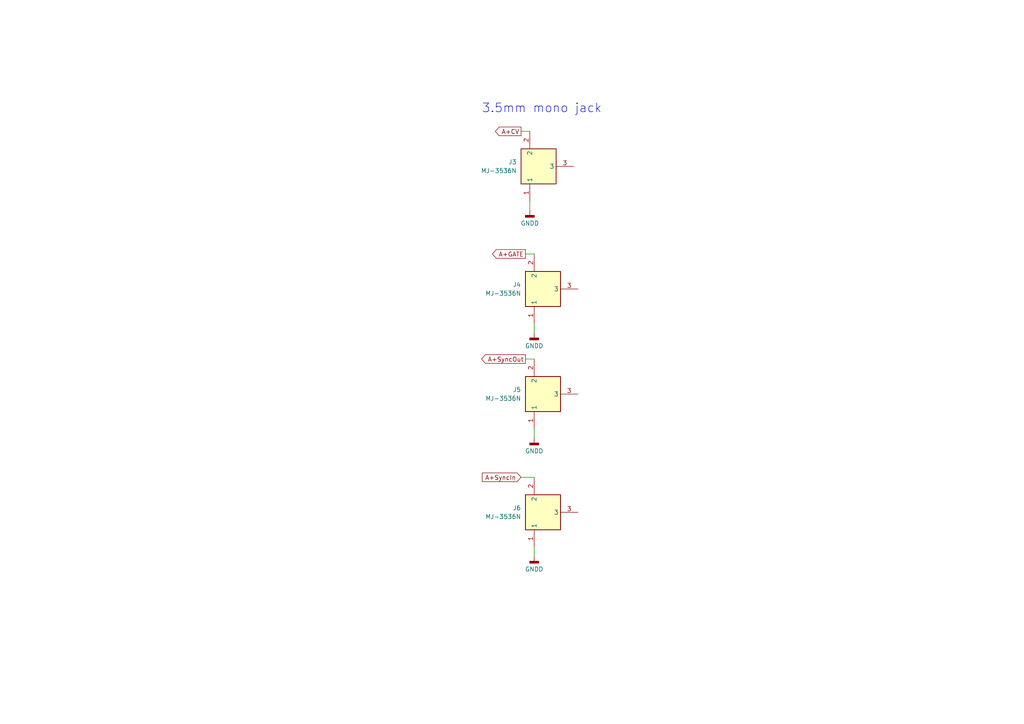
<source format=kicad_sch>
(kicad_sch (version 20231120) (generator "eeschema") (generator_version "8.0")
  (paper "A4")
  (lib_symbols
    (symbol "SamacSys_Parts:MJ-3536N"
      (property "Reference" "J" (at 16.51 7.62 0))
      (property "Value" "MJ-3536N" (at 16.51 5.08 0))
      (symbol "MJ-3536N_1_1"
        (rectangle (start 5.08 2.54) (end 15.24 -7.62) (stroke (width 0.254)) (fill (type background)))
        (pin passive line (at 0 0 0) (length 5.08) (name "1") (number "1"))
        (pin passive line (at 20.32 0 180) (length 5.08) (name "2") (number "2"))
        (pin passive line (at 10.16 -12.7 90) (length 5.08) (name "3") (number "3"))
      )
    )
    (symbol "power:GNDD" (power) (pin_numbers hide) (pin_names (offset 0) hide)
      (property "Value" "GNDD" (at 0 -3.175 0))
      (symbol "GNDD_0_1"
        (rectangle (start -1.27 -1.524) (end 1.27 -2.032) (stroke (width 0.254)) (fill (type outline)))
        (polyline (pts (xy 0 0) (xy 0 -1.524)))
      )
      (symbol "GNDD_1_1"
        (pin power_in line (at 0 0 270) (length 0) (name "~") (number "1"))
      )
    )
  )
  (wire (pts (xy 154.94 124.46) (xy 154.94 127)))
  (wire (pts (xy 154.94 93.98) (xy 154.94 96.52)))
  (wire (pts (xy 154.94 158.75) (xy 154.94 161.29)))
  (wire (pts (xy 151.13 138.43) (xy 154.94 138.43)))
  (wire (pts (xy 152.4 73.66) (xy 154.94 73.66)))
  (wire (pts (xy 151.13 38.1) (xy 153.67 38.1)))
  (wire (pts (xy 153.67 58.42) (xy 153.67 60.96)))
  (wire (pts (xy 152.4 104.14) (xy 154.94 104.14)))
  (text "3.5mm mono jack" (at 139.7 31.496 0) (effects (font (size 2.54 2.54)) (justify left)))
  (global_label "A+GATE" (shape output) (at 152.4 73.66 180) (property "Intersheetrefs" "${INTERSHEET_REFS}" (effects (hide yes))))
  (global_label "A+CV" (shape output) (at 151.13 38.1 180) (property "Intersheetrefs" "${INTERSHEET_REFS}" (effects (hide yes))))
  (global_label "A+SyncIn" (shape input) (at 151.13 138.43 180) (property "Intersheetrefs" "${INTERSHEET_REFS}" (effects (hide yes))))
  (global_label "A+SyncOut" (shape output) (at 152.4 104.14 180) (property "Intersheetrefs" "${INTERSHEET_REFS}" (effects (hide yes))))
  (symbol (lib_id "power:GNDD") (at 153.67 60.96 0) (unit 1)
    (property "Reference" "#PWR014" (effects (hide yes)))
    (property "Value" "GNDD" (at 153.67 64.77 0))
    (property "Description" "Power symbol creates a global label with name \"GNDD\" , digital ground" (effects (hide yes)))
  )
  (symbol (lib_id "SamacSys_Parts:MJ-3536N") (at 154.94 93.98 90) (unit 1)
    (property "Reference" "J4" (at 151.13 82.5499 90) (effects (justify left)))
    (property "Value" "MJ-3536N" (at 151.13 85.0899 90) (effects (justify left)))
    (property "Footprint" "MJ3536N" (effects (hide yes)))
    (property "Datasheet" "https://www.cui.com/product/resource/mj-3536n.pdf" (effects (hide yes)))
    (property "Description" "Phone Connectors Audio Jacks" (effects (hide yes)))
    (property "Height" "10" (effects (hide yes)))
    (property "Manufacturer_Name" "CUI Devices" (effects (hide yes)))
    (property "Manufacturer_Part_Number" "MJ-3536N" (effects (hide yes)))
    (property "Mouser Part Number" "490-MJ-3536N" (effects (hide yes)))
    (property "Mouser Price/Stock" "https://www.mouser.co.uk/ProductDetail/CUI-Devices/MJ-3536N?qs=WyjlAZoYn51vdgS3Tq1ykQ%3D%3D" (effects (hide yes)))
    (property "Arrow Part Number" "MJ-3536N" (effects (hide yes)))
    (property "Arrow Price/Stock" "https://www.arrow.com/en/products/mj-3536n/cui-devices?region=nac" (effects (hide yes)))
  )
  (symbol (lib_id "power:GNDD") (at 154.94 161.29 0) (unit 1)
    (property "Reference" "#PWR019" (effects (hide yes)))
    (property "Value" "GNDD" (at 154.94 165.1 0))
    (property "Description" "Power symbol creates a global label with name \"GNDD\" , digital ground" (effects (hide yes)))
  )
  (symbol (lib_id "SamacSys_Parts:MJ-3536N") (at 153.67 58.42 90) (unit 1)
    (property "Reference" "J3" (at 149.86 46.9899 90) (effects (justify left)))
    (property "Value" "MJ-3536N" (at 149.86 49.5299 90) (effects (justify left)))
    (property "Footprint" "MJ3536N" (effects (hide yes)))
    (property "Datasheet" "https://www.cui.com/product/resource/mj-3536n.pdf" (effects (hide yes)))
    (property "Description" "Phone Connectors Audio Jacks" (effects (hide yes)))
    (property "Height" "10" (effects (hide yes)))
    (property "Manufacturer_Name" "CUI Devices" (effects (hide yes)))
    (property "Manufacturer_Part_Number" "MJ-3536N" (effects (hide yes)))
    (property "Mouser Part Number" "490-MJ-3536N" (effects (hide yes)))
    (property "Mouser Price/Stock" "https://www.mouser.co.uk/ProductDetail/CUI-Devices/MJ-3536N?qs=WyjlAZoYn51vdgS3Tq1ykQ%3D%3D" (effects (hide yes)))
    (property "Arrow Part Number" "MJ-3536N" (effects (hide yes)))
    (property "Arrow Price/Stock" "https://www.arrow.com/en/products/mj-3536n/cui-devices?region=nac" (effects (hide yes)))
  )
  (symbol (lib_id "SamacSys_Parts:MJ-3536N") (at 154.94 124.46 90) (unit 1)
    (property "Reference" "J5" (at 151.13 113.0299 90) (effects (justify left)))
    (property "Value" "MJ-3536N" (at 151.13 115.5699 90) (effects (justify left)))
    (property "Footprint" "MJ3536N" (effects (hide yes)))
    (property "Datasheet" "https://www.cui.com/product/resource/mj-3536n.pdf" (effects (hide yes)))
    (property "Description" "Phone Connectors Audio Jacks" (effects (hide yes)))
    (property "Height" "10" (effects (hide yes)))
    (property "Manufacturer_Name" "CUI Devices" (effects (hide yes)))
    (property "Manufacturer_Part_Number" "MJ-3536N" (effects (hide yes)))
    (property "Mouser Part Number" "490-MJ-3536N" (effects (hide yes)))
    (property "Mouser Price/Stock" "https://www.mouser.co.uk/ProductDetail/CUI-Devices/MJ-3536N?qs=WyjlAZoYn51vdgS3Tq1ykQ%3D%3D" (effects (hide yes)))
    (property "Arrow Part Number" "MJ-3536N" (effects (hide yes)))
    (property "Arrow Price/Stock" "https://www.arrow.com/en/products/mj-3536n/cui-devices?region=nac" (effects (hide yes)))
  )
  (symbol (lib_id "SamacSys_Parts:MJ-3536N") (at 154.94 158.75 90) (unit 1)
    (property "Reference" "J6" (at 151.13 147.3199 90) (effects (justify left)))
    (property "Value" "MJ-3536N" (at 151.13 149.8599 90) (effects (justify left)))
    (property "Footprint" "MJ3536N" (effects (hide yes)))
    (property "Datasheet" "https://www.cui.com/product/resource/mj-3536n.pdf" (effects (hide yes)))
    (property "Description" "Phone Connectors Audio Jacks" (effects (hide yes)))
    (property "Height" "10" (effects (hide yes)))
    (property "Manufacturer_Name" "CUI Devices" (effects (hide yes)))
    (property "Manufacturer_Part_Number" "MJ-3536N" (effects (hide yes)))
    (property "Mouser Part Number" "490-MJ-3536N" (effects (hide yes)))
    (property "Mouser Price/Stock" "https://www.mouser.co.uk/ProductDetail/CUI-Devices/MJ-3536N?qs=WyjlAZoYn51vdgS3Tq1ykQ%3D%3D" (effects (hide yes)))
    (property "Arrow Part Number" "MJ-3536N" (effects (hide yes)))
    (property "Arrow Price/Stock" "https://www.arrow.com/en/products/mj-3536n/cui-devices?region=nac" (effects (hide yes)))
  )
  (symbol (lib_id "power:GNDD") (at 154.94 127 0) (unit 1)
    (property "Reference" "#PWR018" (effects (hide yes)))
    (property "Value" "GNDD" (at 154.94 130.81 0))
    (property "Description" "Power symbol creates a global label with name \"GNDD\" , digital ground" (effects (hide yes)))
  )
  (symbol (lib_id "power:GNDD") (at 154.94 96.52 0) (unit 1)
    (property "Reference" "#PWR015" (effects (hide yes)))
    (property "Value" "GNDD" (at 154.94 100.33 0))
    (property "Description" "Power symbol creates a global label with name \"GNDD\" , digital ground" (effects (hide yes)))
  )
)
</source>
